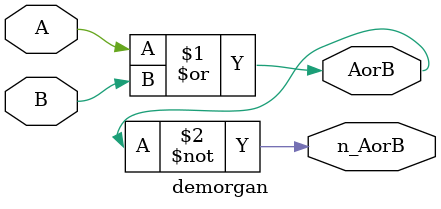
<source format=v>
module demorgan
(
	// This is for n(AandB)
	input A,		// Single bit inputs
	input B,
	output AorB,	// intermediate step
	output n_AorB	// final output, _ used instead of ()

);

	or orgate(AorB,A,B);		// adding together A and B
	not AorB_inv(n_AorB,AorB);	// inverting the previous
endmodule
</source>
